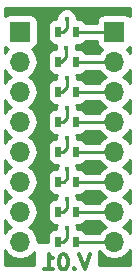
<source format=gbr>
G04 #@! TF.FileFunction,Copper,L2,Bot,Signal*
%FSLAX46Y46*%
G04 Gerber Fmt 4.6, Leading zero omitted, Abs format (unit mm)*
G04 Created by KiCad (PCBNEW 4.0.7) date 11/15/17 16:50:02*
%MOMM*%
%LPD*%
G01*
G04 APERTURE LIST*
%ADD10C,0.100000*%
%ADD11C,0.325000*%
%ADD12R,1.700000X1.700000*%
%ADD13O,1.700000X1.700000*%
%ADD14R,0.500000X0.900000*%
%ADD15C,0.453000*%
%ADD16C,0.250000*%
%ADD17C,0.254000*%
G04 APERTURE END LIST*
D10*
D11*
X166855952Y-131938095D02*
X166422619Y-133238095D01*
X165989286Y-131938095D01*
X165555952Y-133114286D02*
X165494047Y-133176190D01*
X165555952Y-133238095D01*
X165617857Y-133176190D01*
X165555952Y-133114286D01*
X165555952Y-133238095D01*
X164689285Y-131938095D02*
X164565476Y-131938095D01*
X164441666Y-132000000D01*
X164379761Y-132061905D01*
X164317857Y-132185714D01*
X164255952Y-132433333D01*
X164255952Y-132742857D01*
X164317857Y-132990476D01*
X164379761Y-133114286D01*
X164441666Y-133176190D01*
X164565476Y-133238095D01*
X164689285Y-133238095D01*
X164813095Y-133176190D01*
X164874999Y-133114286D01*
X164936904Y-132990476D01*
X164998809Y-132742857D01*
X164998809Y-132433333D01*
X164936904Y-132185714D01*
X164874999Y-132061905D01*
X164813095Y-132000000D01*
X164689285Y-131938095D01*
X163017857Y-133238095D02*
X163760714Y-133238095D01*
X163389285Y-133238095D02*
X163389285Y-131938095D01*
X163513095Y-132123810D01*
X163636904Y-132247619D01*
X163760714Y-132309524D01*
D12*
X168947600Y-113109200D03*
D13*
X168947600Y-115649200D03*
X168947600Y-118189200D03*
X168947600Y-120729200D03*
X168947600Y-123269200D03*
X168947600Y-125809200D03*
X168947600Y-128349200D03*
X168947600Y-130889200D03*
D12*
X160947600Y-113109200D03*
D13*
X160947600Y-115649200D03*
X160947600Y-118189200D03*
X160947600Y-120729200D03*
X160947600Y-123269200D03*
X160947600Y-125809200D03*
X160947600Y-128349200D03*
X160947600Y-130889200D03*
D14*
X164197600Y-113109200D03*
X165697600Y-113109200D03*
X164197600Y-115649200D03*
X165697600Y-115649200D03*
X164197600Y-118189200D03*
X165697600Y-118189200D03*
X164197600Y-120729200D03*
X165697600Y-120729200D03*
X164197600Y-123269200D03*
X165697600Y-123269200D03*
X164197600Y-125809200D03*
X165697600Y-125809200D03*
X164197600Y-128349200D03*
X165697600Y-128349200D03*
X164197600Y-130889200D03*
X165697600Y-130889200D03*
D15*
X164900000Y-112000006D03*
X164850000Y-114500000D03*
X164900000Y-117050000D03*
X164900000Y-119600002D03*
X164900000Y-122150006D03*
X164950004Y-124750000D03*
X164900000Y-127250000D03*
X164900000Y-129750002D03*
D16*
X164197600Y-113109200D02*
X164590800Y-113109200D01*
X164590800Y-113109200D02*
X164900000Y-112800000D01*
X164900000Y-112800000D02*
X164900000Y-112000006D01*
X164197600Y-115649200D02*
X164450800Y-115649200D01*
X164450800Y-115649200D02*
X164850000Y-115250000D01*
X164850000Y-115250000D02*
X164850000Y-114500000D01*
X164197600Y-118189200D02*
X164510800Y-118189200D01*
X164510800Y-118189200D02*
X164900000Y-117800000D01*
X164900000Y-117800000D02*
X164900000Y-117050000D01*
X164197600Y-120729200D02*
X164570800Y-120729200D01*
X164570800Y-120729200D02*
X164900000Y-120400000D01*
X164900000Y-120400000D02*
X164900000Y-119600002D01*
X164197600Y-123269200D02*
X164580800Y-123269200D01*
X164580800Y-123269200D02*
X164900000Y-122950000D01*
X164900000Y-122950000D02*
X164900000Y-122150006D01*
X164197600Y-125809200D02*
X164640800Y-125809200D01*
X164640800Y-125809200D02*
X164950004Y-125499996D01*
X164950004Y-125499996D02*
X164950004Y-124750000D01*
X164197600Y-128349200D02*
X164600800Y-128349200D01*
X164600800Y-128349200D02*
X164900000Y-128050000D01*
X164900000Y-128050000D02*
X164900000Y-127250000D01*
X164197600Y-130889200D02*
X164560800Y-130889200D01*
X164560800Y-130889200D02*
X164900000Y-130550000D01*
X164900000Y-130550000D02*
X164900000Y-129750002D01*
X168947600Y-113109200D02*
X165697600Y-113109200D01*
X168947600Y-115649200D02*
X165697600Y-115649200D01*
X168947600Y-118189200D02*
X165697600Y-118189200D01*
X165697600Y-120729200D02*
X166197600Y-120729200D01*
X166197600Y-120729200D02*
X168947600Y-120729200D01*
X168947600Y-123269200D02*
X167745519Y-123269200D01*
X167745519Y-123269200D02*
X165697600Y-123269200D01*
X168947600Y-125809200D02*
X167745519Y-125809200D01*
X167745519Y-125809200D02*
X165697600Y-125809200D01*
X168947600Y-128349200D02*
X167745519Y-128349200D01*
X167745519Y-128349200D02*
X165697600Y-128349200D01*
X168745519Y-130889200D02*
X165697600Y-130889200D01*
D17*
G36*
X159868453Y-131939254D02*
X160350222Y-132261161D01*
X160918507Y-132374200D01*
X160976693Y-132374200D01*
X161544978Y-132261161D01*
X162026747Y-131939254D01*
X162135238Y-131776885D01*
X162135238Y-132890000D01*
X159660000Y-132890000D01*
X159660000Y-131627281D01*
X159868453Y-131939254D01*
X159868453Y-131939254D01*
G37*
X159868453Y-131939254D02*
X160350222Y-132261161D01*
X160918507Y-132374200D01*
X160976693Y-132374200D01*
X161544978Y-132261161D01*
X162026747Y-131939254D01*
X162135238Y-131776885D01*
X162135238Y-132890000D01*
X159660000Y-132890000D01*
X159660000Y-131627281D01*
X159868453Y-131939254D01*
G36*
X170240000Y-132890000D02*
X167614762Y-132890000D01*
X167614762Y-131649200D01*
X167674646Y-131649200D01*
X167868453Y-131939254D01*
X168350222Y-132261161D01*
X168918507Y-132374200D01*
X168976693Y-132374200D01*
X169544978Y-132261161D01*
X170026747Y-131939254D01*
X170240000Y-131620098D01*
X170240000Y-132890000D01*
X170240000Y-132890000D01*
G37*
X170240000Y-132890000D02*
X167614762Y-132890000D01*
X167614762Y-131649200D01*
X167674646Y-131649200D01*
X167868453Y-131939254D01*
X168350222Y-132261161D01*
X168918507Y-132374200D01*
X168976693Y-132374200D01*
X169544978Y-132261161D01*
X170026747Y-131939254D01*
X170240000Y-131620098D01*
X170240000Y-132890000D01*
G36*
X170240000Y-111792939D02*
X170049490Y-111662769D01*
X169797600Y-111611760D01*
X168097600Y-111611760D01*
X167862283Y-111656038D01*
X167646159Y-111795110D01*
X167501169Y-112007310D01*
X167450160Y-112259200D01*
X167450160Y-112349200D01*
X166502705Y-112349200D01*
X166411690Y-112207759D01*
X166199490Y-112062769D01*
X165947600Y-112011760D01*
X165761490Y-112011760D01*
X165761649Y-111829395D01*
X165630770Y-111512643D01*
X165388638Y-111270088D01*
X165072115Y-111138656D01*
X164729389Y-111138357D01*
X164412637Y-111269236D01*
X164170082Y-111511368D01*
X164038650Y-111827891D01*
X164038490Y-112011760D01*
X163947600Y-112011760D01*
X163712283Y-112056038D01*
X163496159Y-112195110D01*
X163351169Y-112407310D01*
X163300160Y-112659200D01*
X163300160Y-113559200D01*
X163344438Y-113794517D01*
X163483510Y-114010641D01*
X163695710Y-114155631D01*
X163947600Y-114206640D01*
X164038995Y-114206640D01*
X163988650Y-114327885D01*
X163988455Y-114551760D01*
X163947600Y-114551760D01*
X163712283Y-114596038D01*
X163496159Y-114735110D01*
X163351169Y-114947310D01*
X163300160Y-115199200D01*
X163300160Y-116099200D01*
X163344438Y-116334517D01*
X163483510Y-116550641D01*
X163695710Y-116695631D01*
X163947600Y-116746640D01*
X164093148Y-116746640D01*
X164038650Y-116877885D01*
X164038463Y-117091760D01*
X163947600Y-117091760D01*
X163712283Y-117136038D01*
X163496159Y-117275110D01*
X163351169Y-117487310D01*
X163300160Y-117739200D01*
X163300160Y-118639200D01*
X163344438Y-118874517D01*
X163483510Y-119090641D01*
X163695710Y-119235631D01*
X163947600Y-119286640D01*
X164097301Y-119286640D01*
X164038650Y-119427887D01*
X164038472Y-119631760D01*
X163947600Y-119631760D01*
X163712283Y-119676038D01*
X163496159Y-119815110D01*
X163351169Y-120027310D01*
X163300160Y-120279200D01*
X163300160Y-121179200D01*
X163344438Y-121414517D01*
X163483510Y-121630641D01*
X163695710Y-121775631D01*
X163947600Y-121826640D01*
X164101455Y-121826640D01*
X164038650Y-121977891D01*
X164038481Y-122171760D01*
X163947600Y-122171760D01*
X163712283Y-122216038D01*
X163496159Y-122355110D01*
X163351169Y-122567310D01*
X163300160Y-122819200D01*
X163300160Y-123719200D01*
X163344438Y-123954517D01*
X163483510Y-124170641D01*
X163695710Y-124315631D01*
X163947600Y-124366640D01*
X164176371Y-124366640D01*
X164088654Y-124577885D01*
X164088537Y-124711760D01*
X163947600Y-124711760D01*
X163712283Y-124756038D01*
X163496159Y-124895110D01*
X163351169Y-125107310D01*
X163300160Y-125359200D01*
X163300160Y-126259200D01*
X163344438Y-126494517D01*
X163483510Y-126710641D01*
X163695710Y-126855631D01*
X163947600Y-126906640D01*
X164109757Y-126906640D01*
X164038650Y-127077885D01*
X164038498Y-127251760D01*
X163947600Y-127251760D01*
X163712283Y-127296038D01*
X163496159Y-127435110D01*
X163351169Y-127647310D01*
X163300160Y-127899200D01*
X163300160Y-128799200D01*
X163344438Y-129034517D01*
X163483510Y-129250641D01*
X163695710Y-129395631D01*
X163947600Y-129446640D01*
X164093149Y-129446640D01*
X164038650Y-129577887D01*
X164038463Y-129791760D01*
X163947600Y-129791760D01*
X163712283Y-129836038D01*
X163496159Y-129975110D01*
X163351169Y-130187310D01*
X163300160Y-130439200D01*
X163300160Y-130942500D01*
X162451091Y-130942500D01*
X162461693Y-130889200D01*
X162348654Y-130320915D01*
X162026747Y-129839146D01*
X161697574Y-129619200D01*
X162026747Y-129399254D01*
X162348654Y-128917485D01*
X162461693Y-128349200D01*
X162348654Y-127780915D01*
X162026747Y-127299146D01*
X161697574Y-127079200D01*
X162026747Y-126859254D01*
X162348654Y-126377485D01*
X162461693Y-125809200D01*
X162348654Y-125240915D01*
X162026747Y-124759146D01*
X161697574Y-124539200D01*
X162026747Y-124319254D01*
X162348654Y-123837485D01*
X162461693Y-123269200D01*
X162348654Y-122700915D01*
X162026747Y-122219146D01*
X161697574Y-121999200D01*
X162026747Y-121779254D01*
X162348654Y-121297485D01*
X162461693Y-120729200D01*
X162348654Y-120160915D01*
X162026747Y-119679146D01*
X161697574Y-119459200D01*
X162026747Y-119239254D01*
X162348654Y-118757485D01*
X162461693Y-118189200D01*
X162348654Y-117620915D01*
X162026747Y-117139146D01*
X161697574Y-116919200D01*
X162026747Y-116699254D01*
X162348654Y-116217485D01*
X162461693Y-115649200D01*
X162348654Y-115080915D01*
X162026747Y-114599146D01*
X161985148Y-114571350D01*
X162032917Y-114562362D01*
X162249041Y-114423290D01*
X162394031Y-114211090D01*
X162445040Y-113959200D01*
X162445040Y-112259200D01*
X162400762Y-112023883D01*
X162261690Y-111807759D01*
X162049490Y-111662769D01*
X161797600Y-111611760D01*
X160097600Y-111611760D01*
X159862283Y-111656038D01*
X159660000Y-111786204D01*
X159660000Y-111110000D01*
X170240000Y-111110000D01*
X170240000Y-111792939D01*
X170240000Y-111792939D01*
G37*
X170240000Y-111792939D02*
X170049490Y-111662769D01*
X169797600Y-111611760D01*
X168097600Y-111611760D01*
X167862283Y-111656038D01*
X167646159Y-111795110D01*
X167501169Y-112007310D01*
X167450160Y-112259200D01*
X167450160Y-112349200D01*
X166502705Y-112349200D01*
X166411690Y-112207759D01*
X166199490Y-112062769D01*
X165947600Y-112011760D01*
X165761490Y-112011760D01*
X165761649Y-111829395D01*
X165630770Y-111512643D01*
X165388638Y-111270088D01*
X165072115Y-111138656D01*
X164729389Y-111138357D01*
X164412637Y-111269236D01*
X164170082Y-111511368D01*
X164038650Y-111827891D01*
X164038490Y-112011760D01*
X163947600Y-112011760D01*
X163712283Y-112056038D01*
X163496159Y-112195110D01*
X163351169Y-112407310D01*
X163300160Y-112659200D01*
X163300160Y-113559200D01*
X163344438Y-113794517D01*
X163483510Y-114010641D01*
X163695710Y-114155631D01*
X163947600Y-114206640D01*
X164038995Y-114206640D01*
X163988650Y-114327885D01*
X163988455Y-114551760D01*
X163947600Y-114551760D01*
X163712283Y-114596038D01*
X163496159Y-114735110D01*
X163351169Y-114947310D01*
X163300160Y-115199200D01*
X163300160Y-116099200D01*
X163344438Y-116334517D01*
X163483510Y-116550641D01*
X163695710Y-116695631D01*
X163947600Y-116746640D01*
X164093148Y-116746640D01*
X164038650Y-116877885D01*
X164038463Y-117091760D01*
X163947600Y-117091760D01*
X163712283Y-117136038D01*
X163496159Y-117275110D01*
X163351169Y-117487310D01*
X163300160Y-117739200D01*
X163300160Y-118639200D01*
X163344438Y-118874517D01*
X163483510Y-119090641D01*
X163695710Y-119235631D01*
X163947600Y-119286640D01*
X164097301Y-119286640D01*
X164038650Y-119427887D01*
X164038472Y-119631760D01*
X163947600Y-119631760D01*
X163712283Y-119676038D01*
X163496159Y-119815110D01*
X163351169Y-120027310D01*
X163300160Y-120279200D01*
X163300160Y-121179200D01*
X163344438Y-121414517D01*
X163483510Y-121630641D01*
X163695710Y-121775631D01*
X163947600Y-121826640D01*
X164101455Y-121826640D01*
X164038650Y-121977891D01*
X164038481Y-122171760D01*
X163947600Y-122171760D01*
X163712283Y-122216038D01*
X163496159Y-122355110D01*
X163351169Y-122567310D01*
X163300160Y-122819200D01*
X163300160Y-123719200D01*
X163344438Y-123954517D01*
X163483510Y-124170641D01*
X163695710Y-124315631D01*
X163947600Y-124366640D01*
X164176371Y-124366640D01*
X164088654Y-124577885D01*
X164088537Y-124711760D01*
X163947600Y-124711760D01*
X163712283Y-124756038D01*
X163496159Y-124895110D01*
X163351169Y-125107310D01*
X163300160Y-125359200D01*
X163300160Y-126259200D01*
X163344438Y-126494517D01*
X163483510Y-126710641D01*
X163695710Y-126855631D01*
X163947600Y-126906640D01*
X164109757Y-126906640D01*
X164038650Y-127077885D01*
X164038498Y-127251760D01*
X163947600Y-127251760D01*
X163712283Y-127296038D01*
X163496159Y-127435110D01*
X163351169Y-127647310D01*
X163300160Y-127899200D01*
X163300160Y-128799200D01*
X163344438Y-129034517D01*
X163483510Y-129250641D01*
X163695710Y-129395631D01*
X163947600Y-129446640D01*
X164093149Y-129446640D01*
X164038650Y-129577887D01*
X164038463Y-129791760D01*
X163947600Y-129791760D01*
X163712283Y-129836038D01*
X163496159Y-129975110D01*
X163351169Y-130187310D01*
X163300160Y-130439200D01*
X163300160Y-130942500D01*
X162451091Y-130942500D01*
X162461693Y-130889200D01*
X162348654Y-130320915D01*
X162026747Y-129839146D01*
X161697574Y-129619200D01*
X162026747Y-129399254D01*
X162348654Y-128917485D01*
X162461693Y-128349200D01*
X162348654Y-127780915D01*
X162026747Y-127299146D01*
X161697574Y-127079200D01*
X162026747Y-126859254D01*
X162348654Y-126377485D01*
X162461693Y-125809200D01*
X162348654Y-125240915D01*
X162026747Y-124759146D01*
X161697574Y-124539200D01*
X162026747Y-124319254D01*
X162348654Y-123837485D01*
X162461693Y-123269200D01*
X162348654Y-122700915D01*
X162026747Y-122219146D01*
X161697574Y-121999200D01*
X162026747Y-121779254D01*
X162348654Y-121297485D01*
X162461693Y-120729200D01*
X162348654Y-120160915D01*
X162026747Y-119679146D01*
X161697574Y-119459200D01*
X162026747Y-119239254D01*
X162348654Y-118757485D01*
X162461693Y-118189200D01*
X162348654Y-117620915D01*
X162026747Y-117139146D01*
X161697574Y-116919200D01*
X162026747Y-116699254D01*
X162348654Y-116217485D01*
X162461693Y-115649200D01*
X162348654Y-115080915D01*
X162026747Y-114599146D01*
X161985148Y-114571350D01*
X162032917Y-114562362D01*
X162249041Y-114423290D01*
X162394031Y-114211090D01*
X162445040Y-113959200D01*
X162445040Y-112259200D01*
X162400762Y-112023883D01*
X162261690Y-111807759D01*
X162049490Y-111662769D01*
X161797600Y-111611760D01*
X160097600Y-111611760D01*
X159862283Y-111656038D01*
X159660000Y-111786204D01*
X159660000Y-111110000D01*
X170240000Y-111110000D01*
X170240000Y-111792939D01*
G36*
X170240000Y-130158302D02*
X170026747Y-129839146D01*
X169697574Y-129619200D01*
X170026747Y-129399254D01*
X170240000Y-129080098D01*
X170240000Y-130158302D01*
X170240000Y-130158302D01*
G37*
X170240000Y-130158302D02*
X170026747Y-129839146D01*
X169697574Y-129619200D01*
X170026747Y-129399254D01*
X170240000Y-129080098D01*
X170240000Y-130158302D01*
G36*
X159868453Y-129399254D02*
X160197626Y-129619200D01*
X159868453Y-129839146D01*
X159660000Y-130151119D01*
X159660000Y-129087281D01*
X159868453Y-129399254D01*
X159868453Y-129399254D01*
G37*
X159868453Y-129399254D02*
X160197626Y-129619200D01*
X159868453Y-129839146D01*
X159660000Y-130151119D01*
X159660000Y-129087281D01*
X159868453Y-129399254D01*
G36*
X167868453Y-129399254D02*
X168197626Y-129619200D01*
X167868453Y-129839146D01*
X167674646Y-130129200D01*
X166502705Y-130129200D01*
X166411690Y-129987759D01*
X166199490Y-129842769D01*
X165947600Y-129791760D01*
X165761464Y-129791760D01*
X165761649Y-129579391D01*
X165706798Y-129446640D01*
X165947600Y-129446640D01*
X166182917Y-129402362D01*
X166399041Y-129263290D01*
X166504326Y-129109200D01*
X167674646Y-129109200D01*
X167868453Y-129399254D01*
X167868453Y-129399254D01*
G37*
X167868453Y-129399254D02*
X168197626Y-129619200D01*
X167868453Y-129839146D01*
X167674646Y-130129200D01*
X166502705Y-130129200D01*
X166411690Y-129987759D01*
X166199490Y-129842769D01*
X165947600Y-129791760D01*
X165761464Y-129791760D01*
X165761649Y-129579391D01*
X165706798Y-129446640D01*
X165947600Y-129446640D01*
X166182917Y-129402362D01*
X166399041Y-129263290D01*
X166504326Y-129109200D01*
X167674646Y-129109200D01*
X167868453Y-129399254D01*
G36*
X170240000Y-127618302D02*
X170026747Y-127299146D01*
X169697574Y-127079200D01*
X170026747Y-126859254D01*
X170240000Y-126540098D01*
X170240000Y-127618302D01*
X170240000Y-127618302D01*
G37*
X170240000Y-127618302D02*
X170026747Y-127299146D01*
X169697574Y-127079200D01*
X170026747Y-126859254D01*
X170240000Y-126540098D01*
X170240000Y-127618302D01*
G36*
X159868453Y-126859254D02*
X160197626Y-127079200D01*
X159868453Y-127299146D01*
X159660000Y-127611119D01*
X159660000Y-126547281D01*
X159868453Y-126859254D01*
X159868453Y-126859254D01*
G37*
X159868453Y-126859254D02*
X160197626Y-127079200D01*
X159868453Y-127299146D01*
X159660000Y-127611119D01*
X159660000Y-126547281D01*
X159868453Y-126859254D01*
G36*
X167868453Y-126859254D02*
X168197626Y-127079200D01*
X167868453Y-127299146D01*
X167674646Y-127589200D01*
X166502705Y-127589200D01*
X166411690Y-127447759D01*
X166199490Y-127302769D01*
X165947600Y-127251760D01*
X165761499Y-127251760D01*
X165761649Y-127079389D01*
X165690271Y-126906640D01*
X165947600Y-126906640D01*
X166182917Y-126862362D01*
X166399041Y-126723290D01*
X166504326Y-126569200D01*
X167674646Y-126569200D01*
X167868453Y-126859254D01*
X167868453Y-126859254D01*
G37*
X167868453Y-126859254D02*
X168197626Y-127079200D01*
X167868453Y-127299146D01*
X167674646Y-127589200D01*
X166502705Y-127589200D01*
X166411690Y-127447759D01*
X166199490Y-127302769D01*
X165947600Y-127251760D01*
X165761499Y-127251760D01*
X165761649Y-127079389D01*
X165690271Y-126906640D01*
X165947600Y-126906640D01*
X166182917Y-126862362D01*
X166399041Y-126723290D01*
X166504326Y-126569200D01*
X167674646Y-126569200D01*
X167868453Y-126859254D01*
G36*
X170240000Y-125078302D02*
X170026747Y-124759146D01*
X169697574Y-124539200D01*
X170026747Y-124319254D01*
X170240000Y-124000098D01*
X170240000Y-125078302D01*
X170240000Y-125078302D01*
G37*
X170240000Y-125078302D02*
X170026747Y-124759146D01*
X169697574Y-124539200D01*
X170026747Y-124319254D01*
X170240000Y-124000098D01*
X170240000Y-125078302D01*
G36*
X159868453Y-124319254D02*
X160197626Y-124539200D01*
X159868453Y-124759146D01*
X159660000Y-125071119D01*
X159660000Y-124007281D01*
X159868453Y-124319254D01*
X159868453Y-124319254D01*
G37*
X159868453Y-124319254D02*
X160197626Y-124539200D01*
X159868453Y-124759146D01*
X159660000Y-125071119D01*
X159660000Y-124007281D01*
X159868453Y-124319254D01*
G36*
X167868453Y-124319254D02*
X168197626Y-124539200D01*
X167868453Y-124759146D01*
X167674646Y-125049200D01*
X166502705Y-125049200D01*
X166411690Y-124907759D01*
X166199490Y-124762769D01*
X165947600Y-124711760D01*
X165811538Y-124711760D01*
X165811653Y-124579389D01*
X165723747Y-124366640D01*
X165947600Y-124366640D01*
X166182917Y-124322362D01*
X166399041Y-124183290D01*
X166504326Y-124029200D01*
X167674646Y-124029200D01*
X167868453Y-124319254D01*
X167868453Y-124319254D01*
G37*
X167868453Y-124319254D02*
X168197626Y-124539200D01*
X167868453Y-124759146D01*
X167674646Y-125049200D01*
X166502705Y-125049200D01*
X166411690Y-124907759D01*
X166199490Y-124762769D01*
X165947600Y-124711760D01*
X165811538Y-124711760D01*
X165811653Y-124579389D01*
X165723747Y-124366640D01*
X165947600Y-124366640D01*
X166182917Y-124322362D01*
X166399041Y-124183290D01*
X166504326Y-124029200D01*
X167674646Y-124029200D01*
X167868453Y-124319254D01*
G36*
X170240000Y-122538302D02*
X170026747Y-122219146D01*
X169697574Y-121999200D01*
X170026747Y-121779254D01*
X170240000Y-121460098D01*
X170240000Y-122538302D01*
X170240000Y-122538302D01*
G37*
X170240000Y-122538302D02*
X170026747Y-122219146D01*
X169697574Y-121999200D01*
X170026747Y-121779254D01*
X170240000Y-121460098D01*
X170240000Y-122538302D01*
G36*
X159868453Y-121779254D02*
X160197626Y-121999200D01*
X159868453Y-122219146D01*
X159660000Y-122531119D01*
X159660000Y-121467281D01*
X159868453Y-121779254D01*
X159868453Y-121779254D01*
G37*
X159868453Y-121779254D02*
X160197626Y-121999200D01*
X159868453Y-122219146D01*
X159660000Y-122531119D01*
X159660000Y-121467281D01*
X159868453Y-121779254D01*
G36*
X167868453Y-121779254D02*
X168197626Y-121999200D01*
X167868453Y-122219146D01*
X167674646Y-122509200D01*
X166502705Y-122509200D01*
X166411690Y-122367759D01*
X166199490Y-122222769D01*
X165947600Y-122171760D01*
X165761481Y-122171760D01*
X165761649Y-121979395D01*
X165698532Y-121826640D01*
X165947600Y-121826640D01*
X166182917Y-121782362D01*
X166399041Y-121643290D01*
X166504326Y-121489200D01*
X167674646Y-121489200D01*
X167868453Y-121779254D01*
X167868453Y-121779254D01*
G37*
X167868453Y-121779254D02*
X168197626Y-121999200D01*
X167868453Y-122219146D01*
X167674646Y-122509200D01*
X166502705Y-122509200D01*
X166411690Y-122367759D01*
X166199490Y-122222769D01*
X165947600Y-122171760D01*
X165761481Y-122171760D01*
X165761649Y-121979395D01*
X165698532Y-121826640D01*
X165947600Y-121826640D01*
X166182917Y-121782362D01*
X166399041Y-121643290D01*
X166504326Y-121489200D01*
X167674646Y-121489200D01*
X167868453Y-121779254D01*
G36*
X170240000Y-119998302D02*
X170026747Y-119679146D01*
X169697574Y-119459200D01*
X170026747Y-119239254D01*
X170240000Y-118920098D01*
X170240000Y-119998302D01*
X170240000Y-119998302D01*
G37*
X170240000Y-119998302D02*
X170026747Y-119679146D01*
X169697574Y-119459200D01*
X170026747Y-119239254D01*
X170240000Y-118920098D01*
X170240000Y-119998302D01*
G36*
X159868453Y-119239254D02*
X160197626Y-119459200D01*
X159868453Y-119679146D01*
X159660000Y-119991119D01*
X159660000Y-118927281D01*
X159868453Y-119239254D01*
X159868453Y-119239254D01*
G37*
X159868453Y-119239254D02*
X160197626Y-119459200D01*
X159868453Y-119679146D01*
X159660000Y-119991119D01*
X159660000Y-118927281D01*
X159868453Y-119239254D01*
G36*
X167868453Y-119239254D02*
X168197626Y-119459200D01*
X167868453Y-119679146D01*
X167674646Y-119969200D01*
X166502705Y-119969200D01*
X166411690Y-119827759D01*
X166199490Y-119682769D01*
X165947600Y-119631760D01*
X165761472Y-119631760D01*
X165761649Y-119429391D01*
X165702666Y-119286640D01*
X165947600Y-119286640D01*
X166182917Y-119242362D01*
X166399041Y-119103290D01*
X166504326Y-118949200D01*
X167674646Y-118949200D01*
X167868453Y-119239254D01*
X167868453Y-119239254D01*
G37*
X167868453Y-119239254D02*
X168197626Y-119459200D01*
X167868453Y-119679146D01*
X167674646Y-119969200D01*
X166502705Y-119969200D01*
X166411690Y-119827759D01*
X166199490Y-119682769D01*
X165947600Y-119631760D01*
X165761472Y-119631760D01*
X165761649Y-119429391D01*
X165702666Y-119286640D01*
X165947600Y-119286640D01*
X166182917Y-119242362D01*
X166399041Y-119103290D01*
X166504326Y-118949200D01*
X167674646Y-118949200D01*
X167868453Y-119239254D01*
G36*
X170240000Y-117458302D02*
X170026747Y-117139146D01*
X169697574Y-116919200D01*
X170026747Y-116699254D01*
X170240000Y-116380098D01*
X170240000Y-117458302D01*
X170240000Y-117458302D01*
G37*
X170240000Y-117458302D02*
X170026747Y-117139146D01*
X169697574Y-116919200D01*
X170026747Y-116699254D01*
X170240000Y-116380098D01*
X170240000Y-117458302D01*
G36*
X159868453Y-116699254D02*
X160197626Y-116919200D01*
X159868453Y-117139146D01*
X159660000Y-117451119D01*
X159660000Y-116387281D01*
X159868453Y-116699254D01*
X159868453Y-116699254D01*
G37*
X159868453Y-116699254D02*
X160197626Y-116919200D01*
X159868453Y-117139146D01*
X159660000Y-117451119D01*
X159660000Y-116387281D01*
X159868453Y-116699254D01*
G36*
X167868453Y-116699254D02*
X168197626Y-116919200D01*
X167868453Y-117139146D01*
X167674646Y-117429200D01*
X166502705Y-117429200D01*
X166411690Y-117287759D01*
X166199490Y-117142769D01*
X165947600Y-117091760D01*
X165761464Y-117091760D01*
X165761649Y-116879389D01*
X165706798Y-116746640D01*
X165947600Y-116746640D01*
X166182917Y-116702362D01*
X166399041Y-116563290D01*
X166504326Y-116409200D01*
X167674646Y-116409200D01*
X167868453Y-116699254D01*
X167868453Y-116699254D01*
G37*
X167868453Y-116699254D02*
X168197626Y-116919200D01*
X167868453Y-117139146D01*
X167674646Y-117429200D01*
X166502705Y-117429200D01*
X166411690Y-117287759D01*
X166199490Y-117142769D01*
X165947600Y-117091760D01*
X165761464Y-117091760D01*
X165761649Y-116879389D01*
X165706798Y-116746640D01*
X165947600Y-116746640D01*
X166182917Y-116702362D01*
X166399041Y-116563290D01*
X166504326Y-116409200D01*
X167674646Y-116409200D01*
X167868453Y-116699254D01*
G36*
X170240000Y-114918302D02*
X170026747Y-114599146D01*
X169985148Y-114571350D01*
X170032917Y-114562362D01*
X170240000Y-114429108D01*
X170240000Y-114918302D01*
X170240000Y-114918302D01*
G37*
X170240000Y-114918302D02*
X170026747Y-114599146D01*
X169985148Y-114571350D01*
X170032917Y-114562362D01*
X170240000Y-114429108D01*
X170240000Y-114918302D01*
G36*
X159845710Y-114555631D02*
X159913141Y-114569286D01*
X159868453Y-114599146D01*
X159660000Y-114911119D01*
X159660000Y-114428741D01*
X159845710Y-114555631D01*
X159845710Y-114555631D01*
G37*
X159845710Y-114555631D02*
X159913141Y-114569286D01*
X159868453Y-114599146D01*
X159660000Y-114911119D01*
X159660000Y-114428741D01*
X159845710Y-114555631D01*
G36*
X167450160Y-113959200D02*
X167494438Y-114194517D01*
X167633510Y-114410641D01*
X167845710Y-114555631D01*
X167913141Y-114569286D01*
X167868453Y-114599146D01*
X167674646Y-114889200D01*
X166502705Y-114889200D01*
X166411690Y-114747759D01*
X166199490Y-114602769D01*
X165947600Y-114551760D01*
X165711455Y-114551760D01*
X165711649Y-114329389D01*
X165660930Y-114206640D01*
X165947600Y-114206640D01*
X166182917Y-114162362D01*
X166399041Y-114023290D01*
X166504326Y-113869200D01*
X167450160Y-113869200D01*
X167450160Y-113959200D01*
X167450160Y-113959200D01*
G37*
X167450160Y-113959200D02*
X167494438Y-114194517D01*
X167633510Y-114410641D01*
X167845710Y-114555631D01*
X167913141Y-114569286D01*
X167868453Y-114599146D01*
X167674646Y-114889200D01*
X166502705Y-114889200D01*
X166411690Y-114747759D01*
X166199490Y-114602769D01*
X165947600Y-114551760D01*
X165711455Y-114551760D01*
X165711649Y-114329389D01*
X165660930Y-114206640D01*
X165947600Y-114206640D01*
X166182917Y-114162362D01*
X166399041Y-114023290D01*
X166504326Y-113869200D01*
X167450160Y-113869200D01*
X167450160Y-113959200D01*
M02*

</source>
